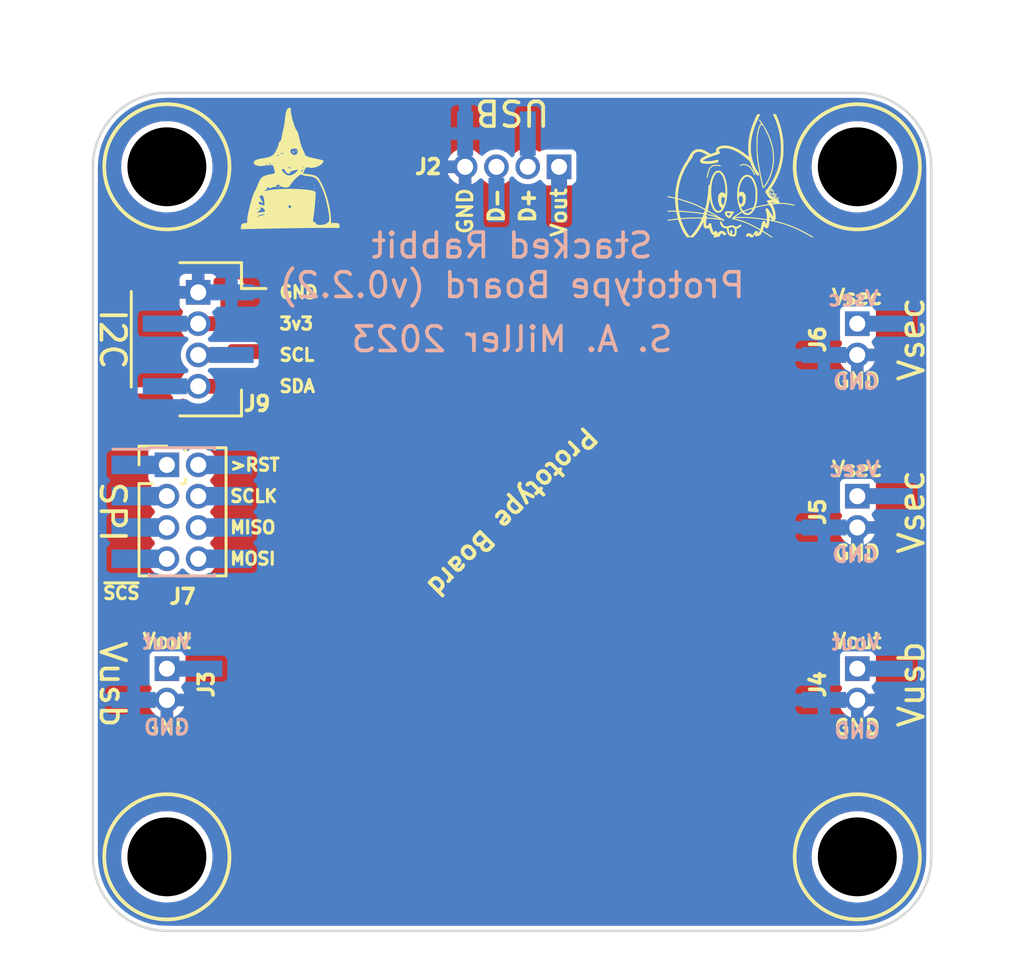
<source format=kicad_pcb>
(kicad_pcb (version 20211014) (generator pcbnew)
  (title_block (title "Prototype Board") (rev "0.2.2") (company "The Nerd Mage"))
  (layers (0 "F.Cu" signal) (31 "B.Cu" signal) (34 "B.Paste" user) (35 "F.Paste" user) (36 "B.SilkS" user "B.Silkscreen") (37 "F.SilkS" user "F.Silkscreen") (38 "B.Mask" user) (39 "F.Mask" user) (44 "Edge.Cuts" user))
  (net 0 "")
  (net 1 "UD+")
  (net 2 "UD-")
  (net 3 "GND")
  (net 4 "Vout")
  (net 9 "SDA")
  (net 10 "SCL")
  (net 11 "RESET")
  (net 12 "~{SCS}3")
  (net 13 "~{SCS}2")
  (net 14 "SCLK")
  (net 15 "~{SCS}1")
  (net 16 "MISO")
  (net 17 "Vcc?")
  (net 18 "~{SCS}0")
  (net 19 "MOSI")
  (footprint "Tinker:Mount" (layer "F.Cu") (at 114 114)
    (fp_text reference "REF**" hide)
    (fp_text value "Mount" hide)
    (pad "" np_thru_hole circle (at 0 0) (size 3.2 3.2) (drill 3.2) (layers *.Mask))
  )
  (footprint "Tinker:QWIIC_Stack_II" (layer "F.Cu") (at 87.27 93 -90)
    (fp_text reference "J9" (at 2.61321 -2.390416 180) (layer "F.SilkS") (effects (font (size 0.6 0.6))))
    (fp_text value "QWIIC_Stackable")
    (pad "1" smd rect (at -1.905 -1.35) (size 1.8 0.65) (layers "B.Cu" "B.Paste" "B.Mask") (net 3 "GND"))
    (pad "1" smd roundrect (at -1.5 -1.97 270) (size 0.6 1.55) (layers "F.Cu" "F.Paste" "F.Mask") (net 3 "GND"))
    (pad "1" thru_hole rect (at -1.905 0) (size 1 1) (drill 0.65) (layers *.Cu *.Mask) (net 3 "GND"))
    (pad "1" smd roundrect (at -1.905 -0.877656 270) (size 0.6 1.55) (layers "F.Cu" "F.Paste" "F.Mask") (net 3 "GND"))
    (pad "2" smd roundrect (at -0.5 -1.97 270) (size 0.6 1.55) (layers "F.Cu" "F.Paste" "F.Mask") (net 17 "Vcc?"))
    (pad "2" smd rect (at -0.635 1.35) (size 1.8 0.65) (layers "B.Cu" "B.Paste" "B.Mask") (net 17 "Vcc?"))
    (pad "2" thru_hole oval (at -0.635 0) (size 1 1) (drill 0.65) (layers *.Cu *.Mask) (net 17 "Vcc?"))
    (pad "2" smd roundrect (at -0.635 -0.877656 270) (size 0.6 1.55) (layers "F.Cu" "F.Paste" "F.Mask") (net 17 "Vcc?"))
    (pad "3" smd rect (at 0.635 -1.35) (size 1.8 0.65) (layers "B.Cu" "B.Paste" "B.Mask") (net 9 "SDA"))
    (pad "3" smd roundrect (at 0.5 -1.97 270) (size 0.6 1.55) (layers "F.Cu" "F.Paste" "F.Mask") (net 9 "SDA"))
    (pad "3" thru_hole oval (at 0.635 0) (size 1 1) (drill 0.65) (layers *.Cu *.Mask) (net 9 "SDA"))
    (pad "3" smd roundrect (at 0.635 -0.877656 270) (size 0.6 1.55) (layers "F.Cu" "F.Paste" "F.Mask") (net 9 "SDA"))
    (pad "4" smd rect (at 1.905 1.35) (size 1.8 0.65) (layers "B.Cu" "B.Paste" "B.Mask") (net 10 "SCL"))
    (pad "4" thru_hole oval (at 1.905 0) (size 1 1) (drill 0.65) (layers *.Cu *.Mask) (net 10 "SCL"))
    (pad "4" smd roundrect (at 1.5 -1.97 270) (size 0.6 1.55) (layers "F.Cu" "F.Paste" "F.Mask") (net 10 "SCL"))
    (pad "4" smd roundrect (at 1.905 -0.877656 270) (size 0.6 1.55) (layers "F.Cu" "F.Paste" "F.Mask") (net 10 "SCL"))
    (pad "MP" smd roundrect (at -2.8 1.905 270) (size 1.2 1.8) (layers "F.Cu" "F.Paste" "F.Mask") (roundrect_rratio 0.208333) (net 3 "GND"))
    (pad "MP" smd roundrect (at 2.8 1.905 270) (size 1.2 1.8) (layers "F.Cu" "F.Paste" "F.Mask") (roundrect_rratio 0.208333) (net 3 "GND"))
  )
  (footprint "Tinker:PinHeader_2x04_P1.27mm_Vertical" (layer "F.Cu") (at 86 98.095)
    (fp_text reference "J7" (at 0.635 5.345 180) (layer "F.SilkS") (effects (font (size 0.6 0.6))))
    (fp_text value "Conn_01x08_Male" hide)
    (pad "1" smd rect (at -1.195 0) (size 2.1 0.75) (layers "B.Cu" "B.Paste" "B.Mask") (net 12 "~{SCS}3"))
    (pad "1" thru_hole rect (at 0 0) (size 1 1) (drill 0.65) (layers *.Cu *.Mask) (net 12 "~{SCS}3"))
    (pad "2" smd rect (at 2.405 0) (size 2.1 0.75) (layers "B.Cu" "B.Paste" "B.Mask") (net 11 "RESET"))
    (pad "2" thru_hole oval (at 1.27 0) (size 1 1) (drill 0.65) (layers *.Cu *.Mask) (net 11 "RESET"))
    (pad "3" smd rect (at -1.195 1.27) (size 2.1 0.75) (layers "B.Cu" "B.Paste" "B.Mask") (net 13 "~{SCS}2"))
    (pad "3" thru_hole oval (at 0 1.27) (size 1 1) (drill 0.65) (layers *.Cu *.Mask) (net 13 "~{SCS}2"))
    (pad "4" thru_hole oval (at 1.27 1.27) (size 1 1) (drill 0.65) (layers *.Cu *.Mask) (net 14 "SCLK"))
    (pad "4" smd rect (at 2.405 1.27) (size 2.1 0.75) (layers "B.Cu" "B.Paste" "B.Mask") (net 14 "SCLK"))
    (pad "5" thru_hole oval (at 0 2.54) (size 1 1) (drill 0.65) (layers *.Cu *.Mask) (net 15 "~{SCS}1"))
    (pad "5" smd rect (at -1.195 2.54) (size 2.1 0.75) (layers "B.Cu" "B.Paste" "B.Mask") (net 15 "~{SCS}1"))
    (pad "6" smd rect (at 2.405 2.54) (size 2.1 0.75) (layers "B.Cu" "B.Paste" "B.Mask") (net 16 "MISO"))
    (pad "6" thru_hole oval (at 1.27 2.54) (size 1 1) (drill 0.65) (layers *.Cu *.Mask) (net 16 "MISO"))
    (pad "7" smd rect (at -1.195 3.81) (size 2.1 0.75) (layers "B.Cu" "B.Paste" "B.Mask") (net 18 "~{SCS}0"))
    (pad "7" thru_hole oval (at 0 3.81) (size 1 1) (drill 0.65) (layers *.Cu *.Mask) (net 18 "~{SCS}0"))
    (pad "8" thru_hole oval (at 1.27 3.81) (size 1 1) (drill 0.65) (layers *.Cu *.Mask) (net 19 "MOSI"))
    (pad "8" smd rect (at 2.405 3.81) (size 2.1 0.75) (layers "B.Cu" "B.Paste" "B.Mask") (net 19 "MOSI"))
  )
  (footprint "Tinker:Mount" (layer "F.Cu") (at 86 114)
    (fp_text reference "REF**" hide)
    (fp_text value "Mount" hide)
    (pad "" np_thru_hole circle (at 0 0) (size 3.2 3.2) (drill 3.2) (layers *.Mask))
  )
  (footprint "Tinker:DagNabbit" (layer "F.Cu") (at 109 87)
    (fp_text reference "REF**" hide)
    (fp_text value "DagNabbit" hide)
  )
  (footprint "Tinker:Board_Stacker_2" (layer "F.Cu") (at 114 106.365)
    (fp_text reference "J4" (at -1.6 0.635 90) (layer "F.SilkS") (effects (font (size 0.6 0.6))))
    (fp_text value "Conn_01x02_Male")
    (pad "1" thru_hole rect (at 0 0) (size 1 1) (drill 0.65) (layers *.Cu *.Mask))
    (pad "1" smd rect (at 1.35 0) (size 1.8 0.65) (layers "B.Cu" "B.Paste" "B.Mask"))
    (pad "2" thru_hole oval (at 0 1.27) (size 1 1) (drill 0.65) (layers *.Cu *.Mask) (net 3 "GND"))
    (pad "2" smd rect (at -1.35 1.27) (size 1.8 0.65) (layers "B.Cu" "B.Paste" "B.Mask") (net 3 "GND"))
  )
  (footprint "Tinker:Mount" (layer "F.Cu") (at 114 86)
    (fp_text reference "REF**" hide)
    (fp_text value "Mount" hide)
    (pad "" np_thru_hole circle (at 0 0) (size 3.2 3.2) (drill 3.2) (layers *.Mask))
  )
  (footprint "Tinker:Board_Stacker_4" (layer "F.Cu") (at 101.905 86 -90)
    (fp_text reference "J2" (at 0 5.305) (layer "F.SilkS") (effects (font (size 0.6 0.6))))
    (fp_text value "Conn_01x04_Male")
    (pad "1" smd rect (at 1.35 0 270) (size 1.8 0.65) (layers "B.Cu" "B.Paste" "B.Mask") (net 4 "Vout"))
    (pad "1" thru_hole rect (at 0 0 270) (size 1 1) (drill 0.65) (layers *.Cu *.Mask) (net 4 "Vout"))
    (pad "2" thru_hole oval (at 0 1.27 270) (size 1 1) (drill 0.65) (layers *.Cu *.Mask) (net 1 "UD+"))
    (pad "2" smd rect (at -1.35 1.27 270) (size 1.8 0.65) (layers "B.Cu" "B.Paste" "B.Mask") (net 1 "UD+"))
    (pad "3" thru_hole oval (at 0 2.54 270) (size 1 1) (drill 0.65) (layers *.Cu *.Mask) (net 2 "UD-"))
    (pad "3" smd rect (at 1.35 2.54 270) (size 1.8 0.65) (layers "B.Cu" "B.Paste" "B.Mask") (net 2 "UD-"))
    (pad "4" thru_hole oval (at 0 3.81 270) (size 1 1) (drill 0.65) (layers *.Cu *.Mask) (net 3 "GND"))
    (pad "4" smd rect (at -1.35 3.81 270) (size 1.8 0.65) (layers "B.Cu" "B.Paste" "B.Mask") (net 3 "GND"))
  )
  (footprint "Tinker:Board_Stacker_2" (layer "F.Cu") (at 86 106.365)
    (fp_text reference "J3" (at 1.6 0.635 90) (layer "F.SilkS") (effects (font (size 0.6 0.6))))
    (fp_text value "Conn_01x02_Male")
    (pad "1" smd rect (at 1.35 0) (size 1.8 0.65) (layers "B.Cu" "B.Paste" "B.Mask"))
    (pad "1" thru_hole rect (at 0 0) (size 1 1) (drill 0.65) (layers *.Cu *.Mask))
    (pad "2" smd rect (at -1.35 1.27) (size 1.8 0.65) (layers "B.Cu" "B.Paste" "B.Mask") (net 3 "GND"))
    (pad "2" thru_hole oval (at 0 1.27) (size 1 1) (drill 0.65) (layers *.Cu *.Mask) (net 3 "GND"))
  )
  (footprint "Tinker:Board_Stacker_2" (layer "F.Cu") (at 114 92.365)
    (fp_text reference "J6" (at -1.6 0.635 90) (layer "F.SilkS") (effects (font (size 0.6 0.6))))
    (fp_text value "Conn_01x02_Male")
    (pad "1" thru_hole rect (at 0 0) (size 1 1) (drill 0.65) (layers *.Cu *.Mask))
    (pad "1" smd rect (at 1.35 0) (size 1.8 0.65) (layers "B.Cu" "B.Paste" "B.Mask"))
    (pad "2" smd rect (at -1.35 1.27) (size 1.8 0.65) (layers "B.Cu" "B.Paste" "B.Mask") (net 3 "GND"))
    (pad "2" thru_hole oval (at 0 1.27) (size 1 1) (drill 0.65) (layers *.Cu *.Mask) (net 3 "GND"))
  )
  (footprint "Tinker:Board_Stacker_2" (layer "F.Cu") (at 114 99.365)
    (fp_text reference "J5" (at -1.6 0.635 90) (layer "F.SilkS") (effects (font (size 0.6 0.6))))
    (fp_text value "Conn_01x02_Male")
    (pad "1" smd rect (at 1.35 0) (size 1.8 0.65) (layers "B.Cu" "B.Paste" "B.Mask"))
    (pad "1" thru_hole rect (at 0 0) (size 1 1) (drill 0.65) (layers *.Cu *.Mask))
    (pad "2" thru_hole oval (at 0 1.27) (size 1 1) (drill 0.65) (layers *.Cu *.Mask) (net 3 "GND"))
    (pad "2" smd rect (at -1.35 1.27) (size 1.8 0.65) (layers "B.Cu" "B.Paste" "B.Mask") (net 3 "GND"))
  )
  (footprint "Tinker:Mount" (layer "F.Cu") (at 86 86)
    (fp_text reference "REF**" hide)
    (fp_text value "Mount" hide)
    (pad "" np_thru_hole circle (at 0 0) (size 3.2 3.2) (drill 3.2) (layers *.Mask))
  )
  (footprint "Tinker:NerdMage" (layer "F.Cu") (at 91 86)
    (fp_text reference "G***" hide)
    (fp_text value "LOGO" hide)
  )
  (gr_line (start 117 86) (end 117 114) (layer "Edge.Cuts") (width 0.1))
  (gr_arc (start 86 117) (mid 83.87868 116.12132) (end 83 114) (layer "Edge.Cuts") (width 0.1))
  (gr_arc (start 83 86) (mid 83.87868 83.87868) (end 86 83) (layer "Edge.Cuts") (width 0.1))
  (gr_line (start 86 83) (end 114 83) (layer "Edge.Cuts") (width 0.1))
  (gr_line (start 83 114) (end 83 86) (layer "Edge.Cuts") (width 0.1))
  (gr_arc (start 114 83) (mid 116.12132 83.87868) (end 117 86) (layer "Edge.Cuts") (width 0.1))
  (gr_line (start 86 117) (end 114 117) (layer "Edge.Cuts") (width 0.1))
  (gr_arc (start 117 114) (mid 116.12132 116.12132) (end 114 117) (layer "Edge.Cuts") (width 0.1))
  (gr_text "Stacked Rabbit\n${TITLE} (v${REVISION})" (at 100 90) (layer "B.SilkS") (effects (font (size 1 1)) (justify mirror)))
  (gr_text "GND" (at 113.911636 101.744492) (layer "B.SilkS") (effects (font (size 0.6 0.6) (thickness 0.125)) (justify mirror)))
  (gr_text "GND" (at 85.995908 108.747728) (layer "B.SilkS") (effects (font (size 0.6 0.6) (thickness 0.125)) (justify mirror)))
  (gr_text "Vout" (at 113.950572 105.303488) (layer "B.SilkS") (effects (font (size 0.6 0.6) (thickness 0.125)) (justify mirror)))
  (gr_text "GND" (at 113.946688 94.725074) (layer "B.SilkS") (effects (font (size 0.6 0.6) (thickness 0.125)) (justify mirror)))
  (gr_text "Vsec" (at 113.872799 98.268635) (layer "B.SilkS") (effects (font (size 0.6 0.6) (thickness 0.125)) (justify mirror)))
  (gr_text "Vsec" (at 113.830179 91.346308) (layer "B.SilkS") (effects (font (size 0.6 0.6) (thickness 0.125)) (justify mirror)))
  (gr_text "GND" (at 113.997176 108.89197) (layer "B.SilkS") (effects (font (size 0.6 0.6) (thickness 0.125)) (justify mirror)))
  (gr_text "S. A. Miller 2023" (at 100 93) (layer "B.SilkS") (effects (font (size 1 1)) (justify mirror)))
  (gr_text "Vout" (at 86.009393 105.268635) (layer "B.SilkS") (effects (font (size 0.6 0.6) (thickness 0.125)) (justify mirror)))
  (gr_text "SDA" (at 90.5 94.905) (layer "F.SilkS") (effects (font (size 0.5 0.5) (thickness 0.125)) (justify left)))
  (gr_text "Vsec" (at 116.2 100 90) (layer "F.SilkS") (effects (font (size 1 1))))
  (gr_text "3v3" (at 90.5 92.365) (layer "F.SilkS") (effects (font (size 0.5 0.5) (thickness 0.125)) (justify left)))
  (gr_text "Vout" (at 114 105.245) (layer "F.SilkS") (effects (font (size 0.6 0.6) (thickness 0.125))))
  (gr_text "~{SCS}" (at 83.347793 103.30044) (layer "F.SilkS") (effects (font (size 0.5 0.5) (thickness 0.125)) (justify left)))
  (gr_text "GND" (at 114 94.685) (layer "F.SilkS") (effects (font (size 0.6 0.6) (thickness 0.125))))
  (gr_text "GND" (at 90.5 91.095) (layer "F.SilkS") (effects (font (size 0.5 0.5) (thickness 0.125)) (justify left)))
  (gr_text "D-" (at 99.365 86.8 90) (layer "F.SilkS") (effects (font (size 0.6 0.6)) (justify right)))
  (gr_text "D+" (at 100.635 86.8 90) (layer "F.SilkS") (effects (font (size 0.6 0.6)) (justify right)))
  (gr_text "GND" (at 114 101.665) (layer "F.SilkS") (effects (font (size 0.6 0.6) (thickness 0.125))))
  (gr_text "Vsec" (at 116.2 93 90) (layer "F.SilkS") (effects (font (size 1 1))))
  (gr_text "USB" (at 100 83.8 180) (layer "F.SilkS") (effects (font (size 1 1))))
  (gr_text "SCLK" (at 88.5 99.365) (layer "F.SilkS") (effects (font (size 0.5 0.5) (thickness 0.125)) (justify left)))
  (gr_text ">RST" (at 88.5 98.095) (layer "F.SilkS") (effects (font (size 0.5 0.5) (thickness 0.125)) (justify left)))
  (gr_text "SPI" (at 83.8 100 -90) (layer "F.SilkS") (effects (font (size 1 1))))
  (gr_text "Vusb" (at 116.2 107 90) (layer "F.SilkS") (effects (font (size 1 1))))
  (gr_text "GND" (at 98.095 86.8 90) (layer "F.SilkS") (effects (font (size 0.6 0.6) (thickness 0.125)) (justify right)))
  (gr_text "SCL" (at 90.5 93.635) (layer "F.SilkS") (effects (font (size 0.5 0.5) (thickness 0.125)) (justify left)))
  (gr_text "GND" (at 114 108.745) (layer "F.SilkS") (effects (font (size 0.6 0.6) (thickness 0.125))))
  (gr_text "I2C" (at 83.8 93 -90) (layer "F.SilkS") (effects (font (size 1 1))))
  (gr_text "MISO" (at 88.5 100.635) (layer "F.SilkS") (effects (font (size 0.5 0.5) (thickness 0.125)) (justify left)))
  (gr_text "MOSI" (at 88.5 101.905) (layer "F.SilkS") (effects (font (size 0.5 0.5) (thickness 0.125)) (justify left)))
  (gr_text "GND" (at 86 108.745) (layer "F.SilkS") (effects (font (size 0.6 0.6) (thickness 0.125))))
  (gr_text "${TITLE}" (at 100 100 225) (layer "F.SilkS") (effects (font (size 0.75 0.75))))
  (gr_text "Vout" (at 101.905 86.8 90) (layer "F.SilkS") (effects (font (size 0.6 0.6) (thickness 0.125)) (justify right)))
  (gr_text "Vusb" (at 83.8 107 -90) (layer "F.SilkS") (effects (font (size 1 1))))
  (gr_text "Vsec" (at 114 98.265) (layer "F.SilkS") (effects (font (size 0.6 0.6) (thickness 0.125))))
  (gr_text "Vout" (at 86 105.245) (layer "F.SilkS") (effects (font (size 0.6 0.6) (thickness 0.125))))
  (gr_text "Vsec" (at 114 91.285) (layer "F.SilkS") (effects (font (size 0.6 0.6) (thickness 0.125))))
  (zone (net 3) (net_name "GND") (layer "F.Cu") (connect_pads (clearance 0.254)) (min_thickness 0.254) (fill yes (thermal_gap 0.254) (thermal_bridge_width 0.508))
    (polygon (pts (xy 118.582229 117.809465) (xy 81.651499 117.809467) (xy 81.651498 82.584881) (xy 118.582228 82.584879)))
  )
  (zone (net 3) (net_name "GND") (layer "B.Cu") (connect_pads (clearance 0.2)) (min_thickness 0.2) (fill yes (thermal_gap 0.254) (thermal_bridge_width 0.508))
    (polygon (pts (xy 119.380001 118.507005) (xy 80.682697 118.507005) (xy 80.682697 82.09421) (xy 119.380001 82.09421)))
  )
)
</source>
